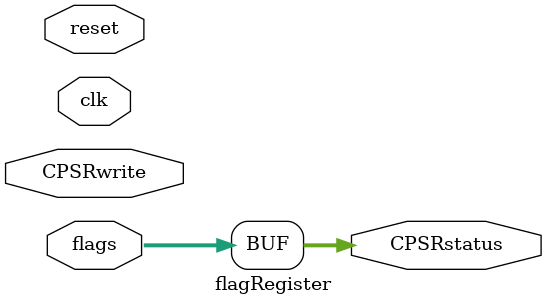
<source format=v>
module flagRegister (flags, CPSRwrite, CPSRstatus, reset, clk);

input wire reset, clk, CPSRwrite;
input wire [3:0] flags;

output reg [3:0] CPSRstatus;

always @* begin
	
	CPSRstatus = flags;
	
end
 
endmodule








</source>
